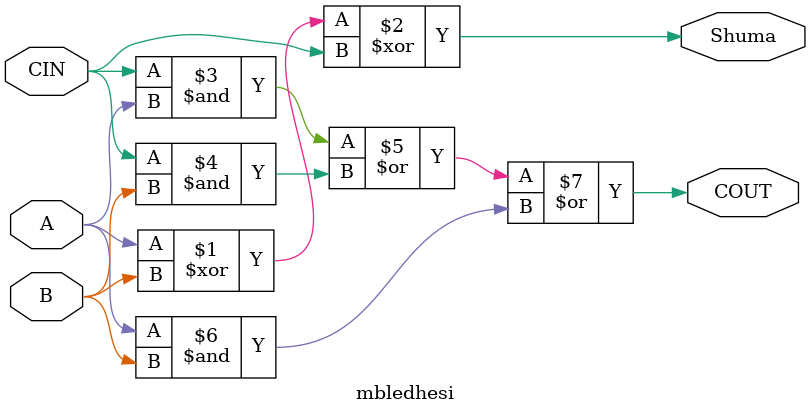
<source format=v>
`timescale 1ns / 1ps


module mbledhesi(
    input A,
    input B,
    input CIN,
    output Shuma,
    output COUT
    );
    
    assign Shuma = A ^ B ^ CIN;
    assign COUT = CIN & A | CIN & B | A & B;
endmodule

</source>
